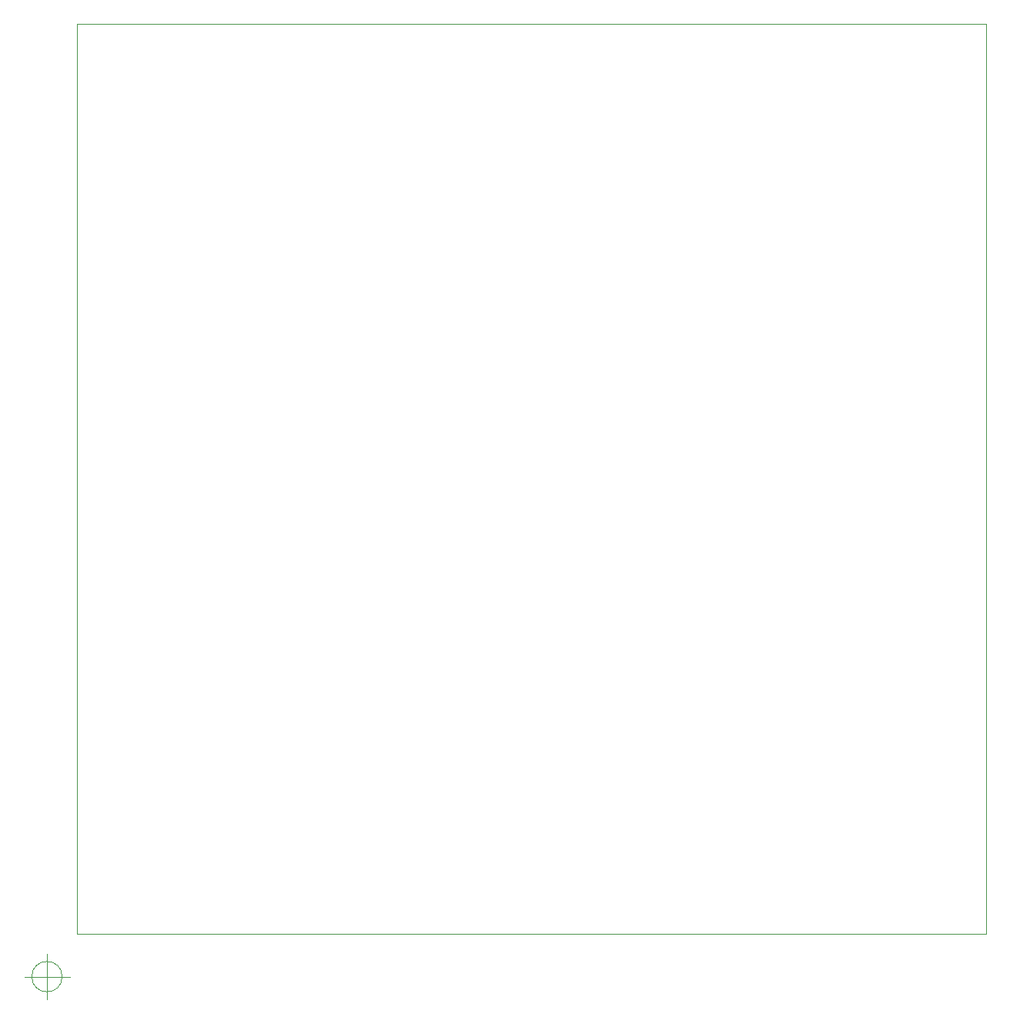
<source format=gm1>
G04 #@! TF.GenerationSoftware,KiCad,Pcbnew,(6.0.1)*
G04 #@! TF.CreationDate,2023-03-10T14:23:20+00:00*
G04 #@! TF.ProjectId,training_board_v02,74726169-6e69-46e6-975f-626f6172645f,rev?*
G04 #@! TF.SameCoordinates,Original*
G04 #@! TF.FileFunction,Profile,NP*
%FSLAX46Y46*%
G04 Gerber Fmt 4.6, Leading zero omitted, Abs format (unit mm)*
G04 Created by KiCad (PCBNEW (6.0.1)) date 2023-03-10 14:23:20*
%MOMM*%
%LPD*%
G01*
G04 APERTURE LIST*
G04 #@! TA.AperFunction,Profile*
%ADD10C,0.050000*%
G04 #@! TD*
G04 APERTURE END LIST*
D10*
X137500000Y-20500000D02*
X37500000Y-20500000D01*
X137500000Y-120500000D02*
X137500000Y-20500000D01*
X37500000Y-120500000D02*
X137500000Y-120500000D01*
X37500000Y-20500000D02*
X37500000Y-120500000D01*
X35902666Y-125166000D02*
G75*
G03*
X35902666Y-125166000I-1666666J0D01*
G01*
X31736000Y-125166000D02*
X36736000Y-125166000D01*
X34236000Y-122666000D02*
X34236000Y-127666000D01*
M02*

</source>
